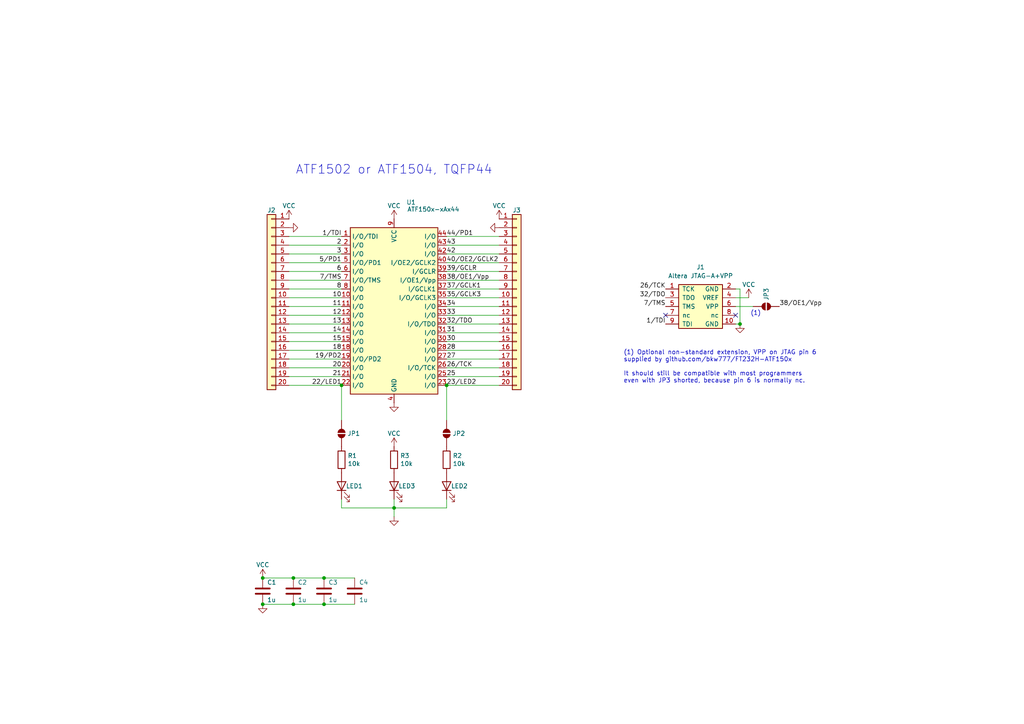
<source format=kicad_sch>
(kicad_sch (version 20231120) (generator "eeschema") (generator_version "8.0")
  (paper "A4")
  (title_block (title "ATF150x_uDEV") (date "2024-06-24") (rev "005") (company "Brian K. White") (comment 1 "CC-BY-SA") (comment 2 "github.com/bkw777/ATF150x_uDEV"))
  (lib_symbols
    (symbol "000_LOCAL:ATF150x-xAx44"
      (property "Reference" "U" (at -12.7 24.13 0))
      (property "Value" "ATF150x-xAx44" (at 1.27 24.892 0))
      (symbol "ATF150x-xAx44_0_1"
        (rectangle (start -12.7 22.86) (end 12.7 -25.4) (stroke (width 0.254)) (fill (type background)))
      )
      (symbol "ATF150x-xAx44_1_1"
        (pin bidirectional line (at -15.24 20.32 0) (length 2.54) (name "I/O/TDI") (number "1"))
        (pin bidirectional line (at -15.24 2.54 0) (length 2.54) (name "I/O") (number "10"))
        (pin bidirectional line (at -15.24 0 0) (length 2.54) (name "I/O") (number "11"))
        (pin bidirectional line (at -15.24 -2.54 0) (length 2.54) (name "I/O") (number "12"))
        (pin bidirectional line (at -15.24 -5.08 0) (length 2.54) (name "I/O") (number "13"))
        (pin bidirectional line (at -15.24 -7.62 0) (length 2.54) (name "I/O") (number "14"))
        (pin bidirectional line (at -15.24 -10.16 0) (length 2.54) (name "I/O") (number "15"))
        (pin passive line (at 0 -27.94 90) (length 2.54) hide (name "GND") (number "16"))
        (pin passive line (at 0 25.4 270) (length 2.54) hide (name "VCC") (number "17"))
        (pin bidirectional line (at -15.24 -12.7 0) (length 2.54) (name "I/O") (number "18"))
        (pin bidirectional line (at -15.24 -15.24 0) (length 2.54) (name "I/O/PD2") (number "19"))
        (pin bidirectional line (at -15.24 17.78 0) (length 2.54) (name "I/O") (number "2"))
        (pin bidirectional line (at -15.24 -17.78 0) (length 2.54) (name "I/O") (number "20"))
        (pin bidirectional line (at -15.24 -20.32 0) (length 2.54) (name "I/O") (number "21"))
        (pin bidirectional line (at -15.24 -22.86 0) (length 2.54) (name "I/O") (number "22"))
        (pin bidirectional line (at 15.24 -22.86 180) (length 2.54) (name "I/O") (number "23"))
        (pin passive line (at 0 -27.94 90) (length 2.54) hide (name "GND") (number "24"))
        (pin bidirectional line (at 15.24 -20.32 180) (length 2.54) (name "I/O") (number "25"))
        (pin bidirectional line (at 15.24 -17.78 180) (length 2.54) (name "I/O/TCK") (number "26"))
        (pin bidirectional line (at 15.24 -15.24 180) (length 2.54) (name "I/O") (number "27"))
        (pin bidirectional line (at 15.24 -12.7 180) (length 2.54) (name "I/O") (number "28"))
        (pin passive line (at 0 25.4 270) (length 2.54) hide (name "VCC") (number "29"))
        (pin bidirectional line (at -15.24 15.24 0) (length 2.54) (name "I/O") (number "3"))
        (pin bidirectional line (at 15.24 -10.16 180) (length 2.54) (name "I/O") (number "30"))
        (pin bidirectional line (at 15.24 -7.62 180) (length 2.54) (name "I/O") (number "31"))
        (pin bidirectional line (at 15.24 -5.08 180) (length 2.54) (name "I/O/TDO") (number "32"))
        (pin bidirectional line (at 15.24 -2.54 180) (length 2.54) (name "I/O") (number "33"))
        (pin bidirectional line (at 15.24 0 180) (length 2.54) (name "I/O") (number "34"))
        (pin bidirectional line (at 15.24 2.54 180) (length 2.54) (name "I/O/GCLK3") (number "35"))
        (pin passive line (at 0 -27.94 90) (length 2.54) hide (name "GND") (number "36"))
        (pin input line (at 15.24 5.08 180) (length 2.54) (name "I/GCLK1") (number "37"))
        (pin input line (at 15.24 7.62 180) (length 2.54) (name "I/OE1/Vpp") (number "38"))
        (pin input line (at 15.24 10.16 180) (length 2.54) (name "I/GCLR") (number "39"))
        (pin power_in line (at 0 -27.94 90) (length 2.54) (name "GND") (number "4"))
        (pin input line (at 15.24 12.7 180) (length 2.54) (name "I/OE2/GCLK2") (number "40"))
        (pin passive line (at 0 25.4 270) (length 2.54) hide (name "VCC") (number "41"))
        (pin bidirectional line (at 15.24 15.24 180) (length 2.54) (name "I/O") (number "42"))
        (pin bidirectional line (at 15.24 17.78 180) (length 2.54) (name "I/O") (number "43"))
        (pin bidirectional line (at 15.24 20.32 180) (length 2.54) (name "I/O") (number "44"))
        (pin bidirectional line (at -15.24 12.7 0) (length 2.54) (name "I/O/PD1") (number "5"))
        (pin bidirectional line (at -15.24 10.16 0) (length 2.54) (name "I/O") (number "6"))
        (pin bidirectional line (at -15.24 7.62 0) (length 2.54) (name "I/O/TMS") (number "7"))
        (pin bidirectional line (at -15.24 5.08 0) (length 2.54) (name "I/O") (number "8"))
        (pin power_in line (at 0 25.4 270) (length 2.54) (name "VCC") (number "9"))
      )
    )
    (symbol "000_LOCAL:Altera JTAG-A+VPP" (pin_names (offset 1.016))
      (property "Reference" "J" (at 0 11.43 0))
      (property "Value" "Altera JTAG-A+VPP" (at 0 8.89 0))
      (symbol "Altera JTAG-A+VPP_1_1"
        (rectangle (start -6.35 6.35) (end 6.35 -6.35) (stroke (width 0.254)) (fill (type background)))
        (pin passive line (at -10.16 5.08 0) (length 3.81) (name "TCK") (number "1"))
        (pin passive line (at 10.16 -5.08 180) (length 3.81) (name "GND") (number "10"))
        (pin passive line (at 10.16 5.08 180) (length 3.81) (name "GND") (number "2"))
        (pin passive line (at -10.16 2.54 0) (length 3.81) (name "TDO") (number "3"))
        (pin passive line (at 10.16 2.54 180) (length 3.81) (name "VREF") (number "4"))
        (pin passive line (at -10.16 0 0) (length 3.81) (name "TMS") (number "5"))
        (pin passive line (at 10.16 0 180) (length 3.81) (name "VPP") (number "6"))
        (pin passive line (at -10.16 -2.54 0) (length 3.81) (name "nc") (number "7"))
        (pin passive line (at 10.16 -2.54 180) (length 3.81) (name "nc") (number "8"))
        (pin passive line (at -10.16 -5.08 0) (length 3.81) (name "TDI") (number "9"))
      )
    )
    (symbol "Connector_Generic:Conn_01x20" (pin_names (offset 1.016) hide)
      (property "Reference" "J" (at 0 25.4 0))
      (property "Value" "Conn_01x20" (at 0 -27.94 0))
      (symbol "Conn_01x20_1_1"
        (rectangle (start -1.27 -25.273) (end 0 -25.527) (stroke (width 0.1524)))
        (rectangle (start -1.27 -22.733) (end 0 -22.987) (stroke (width 0.1524)))
        (rectangle (start -1.27 -20.193) (end 0 -20.447) (stroke (width 0.1524)))
        (rectangle (start -1.27 -17.653) (end 0 -17.907) (stroke (width 0.1524)))
        (rectangle (start -1.27 -15.113) (end 0 -15.367) (stroke (width 0.1524)))
        (rectangle (start -1.27 -12.573) (end 0 -12.827) (stroke (width 0.1524)))
        (rectangle (start -1.27 -10.033) (end 0 -10.287) (stroke (width 0.1524)))
        (rectangle (start -1.27 -7.493) (end 0 -7.747) (stroke (width 0.1524)))
        (rectangle (start -1.27 -4.953) (end 0 -5.207) (stroke (width 0.1524)))
        (rectangle (start -1.27 -2.413) (end 0 -2.667) (stroke (width 0.1524)))
        (rectangle (start -1.27 0.127) (end 0 -0.127) (stroke (width 0.1524)))
        (rectangle (start -1.27 2.667) (end 0 2.413) (stroke (width 0.1524)))
        (rectangle (start -1.27 5.207) (end 0 4.953) (stroke (width 0.1524)))
        (rectangle (start -1.27 7.747) (end 0 7.493) (stroke (width 0.1524)))
        (rectangle (start -1.27 10.287) (end 0 10.033) (stroke (width 0.1524)))
        (rectangle (start -1.27 12.827) (end 0 12.573) (stroke (width 0.1524)))
        (rectangle (start -1.27 15.367) (end 0 15.113) (stroke (width 0.1524)))
        (rectangle (start -1.27 17.907) (end 0 17.653) (stroke (width 0.1524)))
        (rectangle (start -1.27 20.447) (end 0 20.193) (stroke (width 0.1524)))
        (rectangle (start -1.27 22.987) (end 0 22.733) (stroke (width 0.1524)))
        (rectangle (start -1.27 24.13) (end 1.27 -26.67) (stroke (width 0.254)) (fill (type background)))
        (pin passive line (at -5.08 22.86 0) (length 3.81) (name "Pin_1") (number "1"))
        (pin passive line (at -5.08 0 0) (length 3.81) (name "Pin_10") (number "10"))
        (pin passive line (at -5.08 -2.54 0) (length 3.81) (name "Pin_11") (number "11"))
        (pin passive line (at -5.08 -5.08 0) (length 3.81) (name "Pin_12") (number "12"))
        (pin passive line (at -5.08 -7.62 0) (length 3.81) (name "Pin_13") (number "13"))
        (pin passive line (at -5.08 -10.16 0) (length 3.81) (name "Pin_14") (number "14"))
        (pin passive line (at -5.08 -12.7 0) (length 3.81) (name "Pin_15") (number "15"))
        (pin passive line (at -5.08 -15.24 0) (length 3.81) (name "Pin_16") (number "16"))
        (pin passive line (at -5.08 -17.78 0) (length 3.81) (name "Pin_17") (number "17"))
        (pin passive line (at -5.08 -20.32 0) (length 3.81) (name "Pin_18") (number "18"))
        (pin passive line (at -5.08 -22.86 0) (length 3.81) (name "Pin_19") (number "19"))
        (pin passive line (at -5.08 20.32 0) (length 3.81) (name "Pin_2") (number "2"))
        (pin passive line (at -5.08 -25.4 0) (length 3.81) (name "Pin_20") (number "20"))
        (pin passive line (at -5.08 17.78 0) (length 3.81) (name "Pin_3") (number "3"))
        (pin passive line (at -5.08 15.24 0) (length 3.81) (name "Pin_4") (number "4"))
        (pin passive line (at -5.08 12.7 0) (length 3.81) (name "Pin_5") (number "5"))
        (pin passive line (at -5.08 10.16 0) (length 3.81) (name "Pin_6") (number "6"))
        (pin passive line (at -5.08 7.62 0) (length 3.81) (name "Pin_7") (number "7"))
        (pin passive line (at -5.08 5.08 0) (length 3.81) (name "Pin_8") (number "8"))
        (pin passive line (at -5.08 2.54 0) (length 3.81) (name "Pin_9") (number "9"))
      )
    )
    (symbol "Device:C" (pin_numbers hide) (pin_names (offset 0.254))
      (property "Reference" "C" (at 0.635 2.54 0))
      (property "Value" "C" (at 0.635 -2.54 0))
      (symbol "C_0_1"
        (polyline (pts (xy -2.032 -0.762) (xy 2.032 -0.762)) (stroke (width 0.508)))
        (polyline (pts (xy -2.032 0.762) (xy 2.032 0.762)) (stroke (width 0.508)))
      )
      (symbol "C_1_1"
        (pin passive line (at 0 3.81 270) (length 2.794) (name "~") (number "1"))
        (pin passive line (at 0 -3.81 90) (length 2.794) (name "~") (number "2"))
      )
    )
    (symbol "Device:LED" (pin_numbers hide) (pin_names (offset 1.016) hide)
      (property "Reference" "D" (at 0 2.54 0))
      (property "Value" "LED" (at 0 -2.54 0))
      (symbol "LED_0_1"
        (polyline (pts (xy -1.27 -1.27) (xy -1.27 1.27)) (stroke (width 0.254)))
        (polyline (pts (xy -1.27 0) (xy 1.27 0)))
        (polyline (pts (xy 1.27 -1.27) (xy 1.27 1.27) (xy -1.27 0) (xy 1.27 -1.27)) (stroke (width 0.254)))
        (polyline (pts (xy -3.048 -0.762) (xy -4.572 -2.286) (xy -3.81 -2.286) (xy -4.572 -2.286) (xy -4.572 -1.524)))
        (polyline (pts (xy -1.778 -0.762) (xy -3.302 -2.286) (xy -2.54 -2.286) (xy -3.302 -2.286) (xy -3.302 -1.524)))
      )
      (symbol "LED_1_1"
        (pin passive line (at -3.81 0 0) (length 2.54) (name "K") (number "1"))
        (pin passive line (at 3.81 0 180) (length 2.54) (name "A") (number "2"))
      )
    )
    (symbol "Device:R" (pin_numbers hide) (pin_names (offset 0))
      (property "Reference" "R" (at 2.032 0 90))
      (property "Value" "R" (at 0 0 90))
      (symbol "R_0_1"
        (rectangle (start -1.016 -2.54) (end 1.016 2.54) (stroke (width 0.254)))
      )
      (symbol "R_1_1"
        (pin passive line (at 0 3.81 270) (length 1.27) (name "~") (number "1"))
        (pin passive line (at 0 -3.81 90) (length 1.27) (name "~") (number "2"))
      )
    )
    (symbol "Jumper:SolderJumper_2_Open" (pin_numbers hide) (pin_names (offset 0) hide) (exclude_from_sim yes) (in_bom no)
      (property "Reference" "JP" (at 0 2.032 0))
      (property "Value" "SolderJumper_2_Open" (at 0 -2.54 0))
      (symbol "SolderJumper_2_Open_0_1"
        (arc (start -0.254 1.016) (mid -1.2656 0) (end -0.254 -1.016))
        (arc (start -0.254 1.016) (mid -1.2656 0) (end -0.254 -1.016) (fill (type outline)))
        (polyline (pts (xy -0.254 1.016) (xy -0.254 -1.016)))
        (polyline (pts (xy 0.254 1.016) (xy 0.254 -1.016)))
        (arc (start 0.254 -1.016) (mid 1.2656 0) (end 0.254 1.016))
        (arc (start 0.254 -1.016) (mid 1.2656 0) (end 0.254 1.016) (fill (type outline)))
      )
      (symbol "SolderJumper_2_Open_1_1"
        (pin passive line (at -3.81 0 0) (length 2.54) (name "A") (number "1"))
        (pin passive line (at 3.81 0 180) (length 2.54) (name "B") (number "2"))
      )
    )
    (symbol "power:GND" (power) (pin_numbers hide) (pin_names (offset 0) hide)
      (property "Value" "GND" (at 0 -3.81 0))
      (symbol "GND_0_1"
        (polyline (pts (xy 0 0) (xy 0 -1.27) (xy 1.27 -1.27) (xy 0 -2.54) (xy -1.27 -1.27) (xy 0 -1.27)))
      )
      (symbol "GND_1_1"
        (pin power_in line (at 0 0 270) (length 0) (name "~") (number "1"))
      )
    )
    (symbol "power:VCC" (power) (pin_numbers hide) (pin_names (offset 0) hide)
      (property "Value" "VCC" (at 0 3.556 0))
      (symbol "VCC_0_1"
        (polyline (pts (xy -0.762 1.27) (xy 0 2.54)))
        (polyline (pts (xy 0 0) (xy 0 2.54)))
        (polyline (pts (xy 0 2.54) (xy 0.762 1.27)))
      )
      (symbol "VCC_1_1"
        (pin power_in line (at 0 0 90) (length 0) (name "~") (number "1"))
      )
    )
  )
  (junction (at 76.2 175.26))
  (junction (at 93.98 167.64))
  (junction (at 76.2 167.64))
  (junction (at 99.06 111.76))
  (junction (at 85.09 175.26))
  (junction (at 85.09 167.64))
  (junction (at 93.98 175.26))
  (junction (at 114.3 147.32))
  (junction (at 129.54 111.76))
  (junction (at 214.63 93.98))
  (no_connect (at 213.36 91.44))
  (no_connect (at 193.04 91.44))
  (wire (pts (xy 99.06 88.9) (xy 83.82 88.9)))
  (wire (pts (xy 99.06 83.82) (xy 83.82 83.82)))
  (wire (pts (xy 83.82 68.58) (xy 99.06 68.58)))
  (wire (pts (xy 76.2 167.64) (xy 85.09 167.64)))
  (wire (pts (xy 99.06 104.14) (xy 83.82 104.14)))
  (wire (pts (xy 129.54 78.74) (xy 144.78 78.74)))
  (wire (pts (xy 129.54 106.68) (xy 144.78 106.68)))
  (wire (pts (xy 83.82 93.98) (xy 99.06 93.98)))
  (wire (pts (xy 114.3 144.78) (xy 114.3 147.32)))
  (wire (pts (xy 144.78 81.28) (xy 129.54 81.28)))
  (wire (pts (xy 85.09 175.26) (xy 93.98 175.26)))
  (wire (pts (xy 83.82 96.52) (xy 99.06 96.52)))
  (wire (pts (xy 83.82 91.44) (xy 99.06 91.44)))
  (wire (pts (xy 129.54 111.76) (xy 144.78 111.76)))
  (wire (pts (xy 144.78 86.36) (xy 129.54 86.36)))
  (wire (pts (xy 83.82 76.2) (xy 99.06 76.2)))
  (wire (pts (xy 129.54 68.58) (xy 144.78 68.58)))
  (wire (pts (xy 99.06 111.76) (xy 99.06 121.92)))
  (wire (pts (xy 76.2 175.26) (xy 85.09 175.26)))
  (wire (pts (xy 93.98 175.26) (xy 102.87 175.26)))
  (wire (pts (xy 129.54 144.78) (xy 129.54 147.32)))
  (wire (pts (xy 213.36 88.9) (xy 218.44 88.9)))
  (wire (pts (xy 114.3 147.32) (xy 129.54 147.32)))
  (wire (pts (xy 83.82 106.68) (xy 99.06 106.68)))
  (wire (pts (xy 129.54 91.44) (xy 144.78 91.44)))
  (wire (pts (xy 144.78 109.22) (xy 129.54 109.22)))
  (wire (pts (xy 144.78 99.06) (xy 129.54 99.06)))
  (wire (pts (xy 93.98 167.64) (xy 102.87 167.64)))
  (wire (pts (xy 99.06 147.32) (xy 114.3 147.32)))
  (wire (pts (xy 83.82 81.28) (xy 99.06 81.28)))
  (wire (pts (xy 214.63 83.82) (xy 214.63 93.98)))
  (wire (pts (xy 83.82 101.6) (xy 99.06 101.6)))
  (wire (pts (xy 129.54 88.9) (xy 144.78 88.9)))
  (wire (pts (xy 144.78 76.2) (xy 129.54 76.2)))
  (wire (pts (xy 144.78 104.14) (xy 129.54 104.14)))
  (wire (pts (xy 217.17 86.36) (xy 213.36 86.36)))
  (wire (pts (xy 83.82 111.76) (xy 99.06 111.76)))
  (wire (pts (xy 83.82 71.12) (xy 99.06 71.12)))
  (wire (pts (xy 99.06 78.74) (xy 83.82 78.74)))
  (wire (pts (xy 99.06 99.06) (xy 83.82 99.06)))
  (wire (pts (xy 214.63 93.98) (xy 213.36 93.98)))
  (wire (pts (xy 144.78 93.98) (xy 129.54 93.98)))
  (wire (pts (xy 99.06 109.22) (xy 83.82 109.22)))
  (wire (pts (xy 83.82 86.36) (xy 99.06 86.36)))
  (wire (pts (xy 114.3 149.86) (xy 114.3 147.32)))
  (wire (pts (xy 99.06 144.78) (xy 99.06 147.32)))
  (wire (pts (xy 144.78 71.12) (xy 129.54 71.12)))
  (wire (pts (xy 213.36 83.82) (xy 214.63 83.82)))
  (wire (pts (xy 129.54 73.66) (xy 144.78 73.66)))
  (wire (pts (xy 85.09 167.64) (xy 93.98 167.64)))
  (wire (pts (xy 129.54 111.76) (xy 129.54 121.92)))
  (wire (pts (xy 129.54 101.6) (xy 144.78 101.6)))
  (wire (pts (xy 99.06 73.66) (xy 83.82 73.66)))
  (wire (pts (xy 129.54 96.52) (xy 144.78 96.52)))
  (wire (pts (xy 129.54 83.82) (xy 144.78 83.82)))
  (text "(1)" (at 219.202 90.932 0) (effects (font (size 1.27 1.27))))
  (text "ATF1502 or ATF1504, TQFP44\n" (at 114.3 50.8 0) (effects (font (size 2.54 2.54)) (justify bottom)))
  (text "(1) Optional non-standard extension, VPP on JTAG pin 6\nsupplied by github.com/bkw777/FT232H-ATF150x\n\nIt should still be compatible with most programmers\neven with JP3 shorted, because pin 6 is normally nc." (at 180.848 111.252 0) (effects (font (size 1.27 1.27)) (justify left bottom)))
  (label "13" (at 99.06 93.98 180))
  (label "26{slash}TCK" (at 129.54 106.68 0))
  (label "14" (at 99.06 96.52 180))
  (label "6" (at 99.06 78.74 180))
  (label "38{slash}OE1{slash}Vpp" (at 226.06 88.9 0))
  (label "23{slash}LED2" (at 129.54 111.76 0))
  (label "35{slash}GCLK3" (at 129.54 86.36 0))
  (label "33" (at 129.54 91.44 0))
  (label "5{slash}PD1" (at 99.06 76.2 180))
  (label "42" (at 129.54 73.66 0))
  (label "7{slash}TMS" (at 99.06 81.28 180))
  (label "28" (at 129.54 101.6 0))
  (label "10" (at 99.06 86.36 180))
  (label "38{slash}OE1{slash}Vpp" (at 129.54 81.28 0))
  (label "44{slash}PD1" (at 129.54 68.58 0))
  (label "32{slash}TDO" (at 193.04 86.36 180))
  (label "40{slash}OE2{slash}GCLK2" (at 129.54 76.2 0))
  (label "37{slash}GCLK1" (at 129.54 83.82 0))
  (label "30" (at 129.54 99.06 0))
  (label "34" (at 129.54 88.9 0))
  (label "20" (at 99.06 106.68 180))
  (label "22{slash}LED1" (at 99.06 111.76 180))
  (label "26{slash}TCK" (at 193.04 83.82 180))
  (label "27" (at 129.54 104.14 0))
  (label "8" (at 99.06 83.82 180))
  (label "18" (at 99.06 101.6 180))
  (label "19{slash}PD2" (at 99.06 104.14 180))
  (label "11" (at 99.06 88.9 180))
  (label "1{slash}TDI" (at 193.04 93.98 180))
  (label "39{slash}GCLR" (at 129.54 78.74 0))
  (label "25" (at 129.54 109.22 0))
  (label "31" (at 129.54 96.52 0))
  (label "3" (at 99.06 73.66 180))
  (label "43" (at 129.54 71.12 0))
  (label "1{slash}TDI" (at 99.06 68.58 180))
  (label "15" (at 99.06 99.06 180))
  (label "12" (at 99.06 91.44 180))
  (label "32{slash}TDO" (at 129.54 93.98 0))
  (label "21" (at 99.06 109.22 180))
  (label "2" (at 99.06 71.12 180))
  (label "7{slash}TMS" (at 193.04 88.9 180))
  (symbol (lib_id "Connector_Generic:Conn_01x20") (at 78.74 86.36 0) (mirror y) (unit 1)
    (property "Reference" "J2" (at 78.74 60.96 0))
    (property "Value" "VERT" (effects (hide yes)))
    (property "Footprint" "000_LOCAL:PinHeader_1x20_P2.54mm_Vertical" (effects (hide yes)))
  )
  (symbol (lib_id "Connector_Generic:Conn_01x20") (at 149.86 86.36 0) (unit 1)
    (property "Reference" "J3" (at 149.86 60.96 0))
    (property "Value" "VERT" (effects (hide yes)))
    (property "Footprint" "000_LOCAL:PinHeader_1x20_P2.54mm_Vertical" (effects (hide yes)))
  )
  (symbol (lib_id "Device:C") (at 76.2 171.45 0) (unit 1)
    (property "Reference" "C1" (at 77.47 168.91 0) (effects (justify left)))
    (property "Value" "1u" (at 77.47 173.99 0) (effects (justify left)))
    (property "Footprint" "000_LOCAL:C_0805" (effects (hide yes)))
  )
  (symbol (lib_id "Device:R") (at 99.06 133.35 0) (unit 1)
    (property "Reference" "R1" (at 100.838 132.1816 0) (effects (justify left)))
    (property "Value" "10k" (at 100.838 134.493 0) (effects (justify left)))
    (property "Footprint" "000_LOCAL:R_0805" (effects (hide yes)))
  )
  (symbol (lib_id "Device:R") (at 114.3 133.35 0) (unit 1)
    (property "Reference" "R3" (at 116.078 132.1816 0) (effects (justify left)))
    (property "Value" "10k" (at 116.078 134.493 0) (effects (justify left)))
    (property "Footprint" "000_LOCAL:R_0805" (effects (hide yes)))
  )
  (symbol (lib_id "Device:R") (at 129.54 133.35 0) (unit 1)
    (property "Reference" "R2" (at 131.318 132.1816 0) (effects (justify left)))
    (property "Value" "10k" (at 131.318 134.493 0) (effects (justify left)))
    (property "Footprint" "000_LOCAL:R_0805" (effects (hide yes)))
  )
  (symbol (lib_id "Device:LED") (at 99.06 140.97 90) (unit 1)
    (property "Reference" "LED1" (at 100.33 140.97 90) (effects (justify right)))
    (property "Value" "GRN" (effects (hide yes)))
    (property "Footprint" "000_LOCAL:LED_0805" (effects (hide yes)))
    (property "MPN" "150060GS75000" (effects (hide yes)))
    (property "Mfg" "Wurth" (effects (hide yes)))
  )
  (symbol (lib_id "Device:LED") (at 114.3 140.97 90) (unit 1)
    (property "Reference" "LED3" (at 115.57 140.97 90) (effects (justify right)))
    (property "Value" "POWER" (effects (hide yes)))
    (property "Footprint" "000_LOCAL:LED_0805" (effects (hide yes)))
    (property "MPN" "150060GS75000" (effects (hide yes)))
    (property "Mfg" "Wurth" (effects (hide yes)))
  )
  (symbol (lib_id "Device:LED") (at 129.54 140.97 90) (unit 1)
    (property "Reference" "LED2" (at 130.81 140.97 90) (effects (justify right)))
    (property "Value" "GRN" (effects (hide yes)))
    (property "Footprint" "000_LOCAL:LED_0805" (effects (hide yes)))
    (property "MPN" "150060GS75000" (effects (hide yes)))
    (property "Mfg" "Wurth" (effects (hide yes)))
  )
  (symbol (lib_id "Jumper:SolderJumper_2_Open") (at 99.06 125.73 270) (unit 1)
    (property "Reference" "JP1" (at 100.7872 125.73 90) (effects (justify left)))
    (property "Value" "DNP" (effects (hide yes)))
    (property "Footprint" "000_LOCAL:SolderJumper_1mm_2p_open" (effects (hide yes)))
  )
  (symbol (lib_id "Jumper:SolderJumper_2_Open") (at 129.54 125.73 270) (unit 1)
    (property "Reference" "JP2" (at 131.2672 125.73 90) (effects (justify left)))
    (property "Value" "DNP" (effects (hide yes)))
    (property "Footprint" "000_LOCAL:SolderJumper_1mm_2p_open" (effects (hide yes)))
  )
  (symbol (lib_id "Device:C") (at 85.09 171.45 0) (unit 1)
    (property "Reference" "C2" (at 86.36 168.91 0) (effects (justify left)))
    (property "Value" "1u" (at 86.36 173.99 0) (effects (justify left)))
    (property "Footprint" "000_LOCAL:C_0805" (effects (hide yes)))
  )
  (symbol (lib_id "power:GND") (at 83.82 66.04 90) (unit 1)
    (property "Reference" "#PWR011" (effects (hide yes)))
    (property "Value" "GND" (effects (hide yes)))
    (property "Description" "Power symbol creates a global label with name \"GND\" , ground" (effects (hide yes)))
  )
  (symbol (lib_id "power:GND") (at 114.3 116.84 0) (unit 1)
    (property "Reference" "#PWR08" (effects (hide yes)))
    (property "Value" "GND" (effects (hide yes)))
    (property "Description" "Power symbol creates a global label with name \"GND\" , ground" (effects (hide yes)))
  )
  (symbol (lib_id "power:VCC") (at 217.17 86.36 0) (unit 1)
    (property "Reference" "#PWR010" (effects (hide yes)))
    (property "Value" "VCC" (at 217.17 82.55 0))
    (property "Description" "Power symbol creates a global label with name \"VCC\"" (effects (hide yes)))
  )
  (symbol (lib_id "power:VCC") (at 144.78 63.5 0) (unit 1)
    (property "Reference" "#PWR06" (effects (hide yes)))
    (property "Value" "VCC" (at 144.78 59.69 0))
    (property "Description" "Power symbol creates a global label with name \"VCC\"" (effects (hide yes)))
  )
  (symbol (lib_id "Device:C") (at 93.98 171.45 0) (unit 1)
    (property "Reference" "C3" (at 95.25 168.91 0) (effects (justify left)))
    (property "Value" "1u" (at 95.25 173.99 0) (effects (justify left)))
    (property "Footprint" "000_LOCAL:C_0805" (effects (hide yes)))
  )
  (symbol (lib_id "power:GND") (at 214.63 93.98 0) (unit 1)
    (property "Reference" "#PWR01" (effects (hide yes)))
    (property "Value" "GND" (effects (hide yes)))
    (property "Description" "Power symbol creates a global label with name \"GND\" , ground" (effects (hide yes)))
  )
  (symbol (lib_id "power:VCC") (at 83.82 63.5 0) (unit 1)
    (property "Reference" "#PWR07" (effects (hide yes)))
    (property "Value" "VCC" (at 83.82 59.69 0))
    (property "Description" "Power symbol creates a global label with name \"VCC\"" (effects (hide yes)))
  )
  (symbol (lib_id "Jumper:SolderJumper_2_Open") (at 222.25 88.9 0) (unit 1)
    (property "Reference" "JP3" (at 222.25 87.1728 90) (effects (justify left)))
    (property "Value" "DNP" (effects (hide yes)))
    (property "Footprint" "000_LOCAL:SolderJumper_1mm_2p_open" (effects (hide yes)))
  )
  (symbol (lib_id "power:VCC") (at 114.3 129.54 0) (unit 1)
    (property "Reference" "#PWR05" (effects (hide yes)))
    (property "Value" "VCC" (at 114.3 125.73 0))
    (property "Description" "Power symbol creates a global label with name \"VCC\"" (effects (hide yes)))
  )
  (symbol (lib_id "power:GND") (at 114.3 149.86 0) (unit 1)
    (property "Reference" "#PWR09" (effects (hide yes)))
    (property "Value" "GND" (effects (hide yes)))
    (property "Description" "Power symbol creates a global label with name \"GND\" , ground" (effects (hide yes)))
  )
  (symbol (lib_id "000_LOCAL:ATF150x-xAx44") (at 114.3 88.9 0) (unit 1)
    (property "Reference" "U1" (at 117.856 58.674 0) (effects (justify left)))
    (property "Value" "ATF150x-xAx44" (at 118.11 60.706 0) (effects (justify left)))
    (property "Footprint" "000_LOCAL:VQFP44" (effects (hide yes)))
    (property "Datasheet" "datasheets/ATF1502AS.pdf" (effects (hide yes)))
    (property "Description" "Microchip CPLD, 32 Macrocell, 5 V, TQFP-44" (effects (hide yes)))
  )
  (symbol (lib_id "power:VCC") (at 76.2 167.64 0) (unit 1)
    (property "Reference" "#PWR02" (effects (hide yes)))
    (property "Value" "VCC" (at 76.2 163.83 0))
    (property "Description" "Power symbol creates a global label with name \"VCC\"" (effects (hide yes)))
  )
  (symbol (lib_id "power:VCC") (at 114.3 63.5 0) (unit 1)
    (property "Reference" "#PWR04" (effects (hide yes)))
    (property "Value" "VCC" (at 114.3 59.69 0))
    (property "Description" "Power symbol creates a global label with name \"VCC\"" (effects (hide yes)))
  )
  (symbol (lib_id "000_LOCAL:Altera JTAG-A+VPP") (at 203.2 88.9 0) (unit 1)
    (property "Reference" "J1" (at 203.2 77.47 0))
    (property "Value" "Altera JTAG-A+VPP" (at 203.2 80.01 0))
    (property "Footprint" "000_LOCAL:IDC-Header_2x05_P2.54mm_Vertical" (effects (hide yes)))
    (property "Datasheet" "datasheets/JTAG-A.pdf" (effects (hide yes)))
    (property "Description" "Generic connector, double row, 02x05, odd/even pin numbering scheme (row 1 odd numbers, row 2 even numbers), script generated (kicad-library-utils/schlib/autogen/connector/)" (effects (hide yes)))
  )
  (symbol (lib_id "power:GND") (at 76.2 175.26 0) (unit 1)
    (property "Reference" "#PWR03" (effects (hide yes)))
    (property "Value" "GND" (effects (hide yes)))
    (property "Description" "Power symbol creates a global label with name \"GND\" , ground" (effects (hide yes)))
  )
  (symbol (lib_id "power:GND") (at 144.78 66.04 270) (unit 1)
    (property "Reference" "#PWR012" (effects (hide yes)))
    (property "Value" "GND" (effects (hide yes)))
    (property "Description" "Power symbol creates a global label with name \"GND\" , ground" (effects (hide yes)))
  )
  (symbol (lib_id "Device:C") (at 102.87 171.45 0) (unit 1)
    (property "Reference" "C4" (at 104.14 168.91 0) (effects (justify left)))
    (property "Value" "1u" (at 104.14 173.99 0) (effects (justify left)))
    (property "Footprint" "000_LOCAL:C_0805" (effects (hide yes)))
  )
)
</source>
